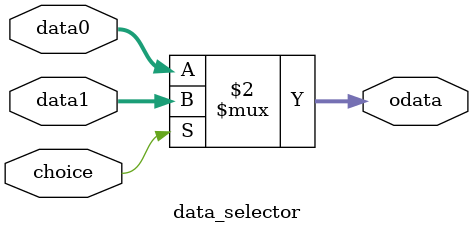
<source format=v>
`timescale 1ns / 100ps
`default_nettype none

module data_selector(
    input wire [31:0] data0,
    input wire [31:0] data1,
    input wire choice,
    output wire [31:0] odata);

    assign odata = choice == 1'b0 ? data0 : data1;
endmodule

`default_nettype wire

</source>
